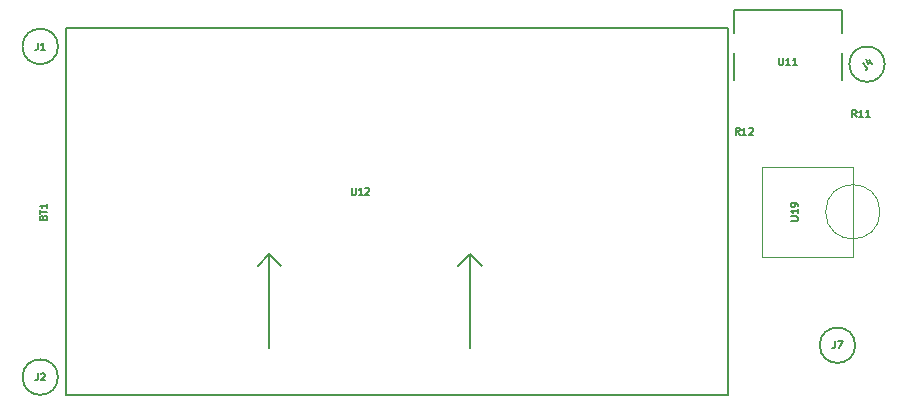
<source format=gto>
G04 #@! TF.GenerationSoftware,KiCad,Pcbnew,8.0.1*
G04 #@! TF.CreationDate,2024-04-28T03:10:51-05:00*
G04 #@! TF.ProjectId,mini_ble,6d696e69-5f62-46c6-952e-6b696361645f,rev?*
G04 #@! TF.SameCoordinates,Original*
G04 #@! TF.FileFunction,Legend,Top*
G04 #@! TF.FilePolarity,Positive*
%FSLAX46Y46*%
G04 Gerber Fmt 4.6, Leading zero omitted, Abs format (unit mm)*
G04 Created by KiCad (PCBNEW 8.0.1) date 2024-04-28 03:10:51*
%MOMM*%
%LPD*%
G01*
G04 APERTURE LIST*
%ADD10C,0.150000*%
%ADD11C,0.120000*%
G04 APERTURE END LIST*
D10*
X151255485Y-105571428D02*
X151284057Y-105485714D01*
X151284057Y-105485714D02*
X151312628Y-105457143D01*
X151312628Y-105457143D02*
X151369771Y-105428571D01*
X151369771Y-105428571D02*
X151455485Y-105428571D01*
X151455485Y-105428571D02*
X151512628Y-105457143D01*
X151512628Y-105457143D02*
X151541200Y-105485714D01*
X151541200Y-105485714D02*
X151569771Y-105542857D01*
X151569771Y-105542857D02*
X151569771Y-105771428D01*
X151569771Y-105771428D02*
X150969771Y-105771428D01*
X150969771Y-105771428D02*
X150969771Y-105571428D01*
X150969771Y-105571428D02*
X150998342Y-105514286D01*
X150998342Y-105514286D02*
X151026914Y-105485714D01*
X151026914Y-105485714D02*
X151084057Y-105457143D01*
X151084057Y-105457143D02*
X151141200Y-105457143D01*
X151141200Y-105457143D02*
X151198342Y-105485714D01*
X151198342Y-105485714D02*
X151226914Y-105514286D01*
X151226914Y-105514286D02*
X151255485Y-105571428D01*
X151255485Y-105571428D02*
X151255485Y-105771428D01*
X150969771Y-105257143D02*
X150969771Y-104914286D01*
X151569771Y-105085714D02*
X150969771Y-105085714D01*
X151569771Y-104400000D02*
X151569771Y-104742857D01*
X151569771Y-104571428D02*
X150969771Y-104571428D01*
X150969771Y-104571428D02*
X151055485Y-104628571D01*
X151055485Y-104628571D02*
X151112628Y-104685714D01*
X151112628Y-104685714D02*
X151141200Y-104742857D01*
X177357143Y-103069771D02*
X177357143Y-103555485D01*
X177357143Y-103555485D02*
X177385714Y-103612628D01*
X177385714Y-103612628D02*
X177414286Y-103641200D01*
X177414286Y-103641200D02*
X177471428Y-103669771D01*
X177471428Y-103669771D02*
X177585714Y-103669771D01*
X177585714Y-103669771D02*
X177642857Y-103641200D01*
X177642857Y-103641200D02*
X177671428Y-103612628D01*
X177671428Y-103612628D02*
X177700000Y-103555485D01*
X177700000Y-103555485D02*
X177700000Y-103069771D01*
X178299999Y-103669771D02*
X177957142Y-103669771D01*
X178128571Y-103669771D02*
X178128571Y-103069771D01*
X178128571Y-103069771D02*
X178071428Y-103155485D01*
X178071428Y-103155485D02*
X178014285Y-103212628D01*
X178014285Y-103212628D02*
X177957142Y-103241200D01*
X178528571Y-103126914D02*
X178557143Y-103098342D01*
X178557143Y-103098342D02*
X178614286Y-103069771D01*
X178614286Y-103069771D02*
X178757143Y-103069771D01*
X178757143Y-103069771D02*
X178814286Y-103098342D01*
X178814286Y-103098342D02*
X178842857Y-103126914D01*
X178842857Y-103126914D02*
X178871428Y-103184057D01*
X178871428Y-103184057D02*
X178871428Y-103241200D01*
X178871428Y-103241200D02*
X178842857Y-103326914D01*
X178842857Y-103326914D02*
X178500000Y-103669771D01*
X178500000Y-103669771D02*
X178871428Y-103669771D01*
X214569771Y-105842856D02*
X215055485Y-105842856D01*
X215055485Y-105842856D02*
X215112628Y-105814285D01*
X215112628Y-105814285D02*
X215141200Y-105785714D01*
X215141200Y-105785714D02*
X215169771Y-105728571D01*
X215169771Y-105728571D02*
X215169771Y-105614285D01*
X215169771Y-105614285D02*
X215141200Y-105557142D01*
X215141200Y-105557142D02*
X215112628Y-105528571D01*
X215112628Y-105528571D02*
X215055485Y-105499999D01*
X215055485Y-105499999D02*
X214569771Y-105499999D01*
X215169771Y-104900000D02*
X215169771Y-105242857D01*
X215169771Y-105071428D02*
X214569771Y-105071428D01*
X214569771Y-105071428D02*
X214655485Y-105128571D01*
X214655485Y-105128571D02*
X214712628Y-105185714D01*
X214712628Y-105185714D02*
X214741200Y-105242857D01*
X215169771Y-104614285D02*
X215169771Y-104499999D01*
X215169771Y-104499999D02*
X215141200Y-104442856D01*
X215141200Y-104442856D02*
X215112628Y-104414285D01*
X215112628Y-104414285D02*
X215026914Y-104357142D01*
X215026914Y-104357142D02*
X214912628Y-104328571D01*
X214912628Y-104328571D02*
X214684057Y-104328571D01*
X214684057Y-104328571D02*
X214626914Y-104357142D01*
X214626914Y-104357142D02*
X214598342Y-104385714D01*
X214598342Y-104385714D02*
X214569771Y-104442856D01*
X214569771Y-104442856D02*
X214569771Y-104557142D01*
X214569771Y-104557142D02*
X214598342Y-104614285D01*
X214598342Y-104614285D02*
X214626914Y-104642856D01*
X214626914Y-104642856D02*
X214684057Y-104671428D01*
X214684057Y-104671428D02*
X214826914Y-104671428D01*
X214826914Y-104671428D02*
X214884057Y-104642856D01*
X214884057Y-104642856D02*
X214912628Y-104614285D01*
X214912628Y-104614285D02*
X214941200Y-104557142D01*
X214941200Y-104557142D02*
X214941200Y-104442856D01*
X214941200Y-104442856D02*
X214912628Y-104385714D01*
X214912628Y-104385714D02*
X214884057Y-104357142D01*
X214884057Y-104357142D02*
X214826914Y-104328571D01*
X210214285Y-98569771D02*
X210014285Y-98284057D01*
X209871428Y-98569771D02*
X209871428Y-97969771D01*
X209871428Y-97969771D02*
X210099999Y-97969771D01*
X210099999Y-97969771D02*
X210157142Y-97998342D01*
X210157142Y-97998342D02*
X210185713Y-98026914D01*
X210185713Y-98026914D02*
X210214285Y-98084057D01*
X210214285Y-98084057D02*
X210214285Y-98169771D01*
X210214285Y-98169771D02*
X210185713Y-98226914D01*
X210185713Y-98226914D02*
X210157142Y-98255485D01*
X210157142Y-98255485D02*
X210099999Y-98284057D01*
X210099999Y-98284057D02*
X209871428Y-98284057D01*
X210785713Y-98569771D02*
X210442856Y-98569771D01*
X210614285Y-98569771D02*
X210614285Y-97969771D01*
X210614285Y-97969771D02*
X210557142Y-98055485D01*
X210557142Y-98055485D02*
X210499999Y-98112628D01*
X210499999Y-98112628D02*
X210442856Y-98141200D01*
X211014285Y-98026914D02*
X211042857Y-97998342D01*
X211042857Y-97998342D02*
X211100000Y-97969771D01*
X211100000Y-97969771D02*
X211242857Y-97969771D01*
X211242857Y-97969771D02*
X211300000Y-97998342D01*
X211300000Y-97998342D02*
X211328571Y-98026914D01*
X211328571Y-98026914D02*
X211357142Y-98084057D01*
X211357142Y-98084057D02*
X211357142Y-98141200D01*
X211357142Y-98141200D02*
X211328571Y-98226914D01*
X211328571Y-98226914D02*
X210985714Y-98569771D01*
X210985714Y-98569771D02*
X211357142Y-98569771D01*
X220114285Y-97069771D02*
X219914285Y-96784057D01*
X219771428Y-97069771D02*
X219771428Y-96469771D01*
X219771428Y-96469771D02*
X219999999Y-96469771D01*
X219999999Y-96469771D02*
X220057142Y-96498342D01*
X220057142Y-96498342D02*
X220085713Y-96526914D01*
X220085713Y-96526914D02*
X220114285Y-96584057D01*
X220114285Y-96584057D02*
X220114285Y-96669771D01*
X220114285Y-96669771D02*
X220085713Y-96726914D01*
X220085713Y-96726914D02*
X220057142Y-96755485D01*
X220057142Y-96755485D02*
X219999999Y-96784057D01*
X219999999Y-96784057D02*
X219771428Y-96784057D01*
X220685713Y-97069771D02*
X220342856Y-97069771D01*
X220514285Y-97069771D02*
X220514285Y-96469771D01*
X220514285Y-96469771D02*
X220457142Y-96555485D01*
X220457142Y-96555485D02*
X220399999Y-96612628D01*
X220399999Y-96612628D02*
X220342856Y-96641200D01*
X221257142Y-97069771D02*
X220914285Y-97069771D01*
X221085714Y-97069771D02*
X221085714Y-96469771D01*
X221085714Y-96469771D02*
X221028571Y-96555485D01*
X221028571Y-96555485D02*
X220971428Y-96612628D01*
X220971428Y-96612628D02*
X220914285Y-96641200D01*
X218299999Y-116069771D02*
X218299999Y-116498342D01*
X218299999Y-116498342D02*
X218271428Y-116584057D01*
X218271428Y-116584057D02*
X218214285Y-116641200D01*
X218214285Y-116641200D02*
X218128571Y-116669771D01*
X218128571Y-116669771D02*
X218071428Y-116669771D01*
X218528571Y-116069771D02*
X218928571Y-116069771D01*
X218928571Y-116069771D02*
X218671428Y-116669771D01*
X220625071Y-92507914D02*
X220928117Y-92810960D01*
X220928117Y-92810960D02*
X220968523Y-92891772D01*
X220968523Y-92891772D02*
X220968523Y-92972584D01*
X220968523Y-92972584D02*
X220928117Y-93053397D01*
X220928117Y-93053397D02*
X220887711Y-93093803D01*
X221150351Y-92265477D02*
X221433193Y-92548320D01*
X220887711Y-92204868D02*
X221089741Y-92608929D01*
X221089741Y-92608929D02*
X221352381Y-92346290D01*
X150799999Y-118769771D02*
X150799999Y-119198342D01*
X150799999Y-119198342D02*
X150771428Y-119284057D01*
X150771428Y-119284057D02*
X150714285Y-119341200D01*
X150714285Y-119341200D02*
X150628571Y-119369771D01*
X150628571Y-119369771D02*
X150571428Y-119369771D01*
X151057142Y-118826914D02*
X151085714Y-118798342D01*
X151085714Y-118798342D02*
X151142857Y-118769771D01*
X151142857Y-118769771D02*
X151285714Y-118769771D01*
X151285714Y-118769771D02*
X151342857Y-118798342D01*
X151342857Y-118798342D02*
X151371428Y-118826914D01*
X151371428Y-118826914D02*
X151399999Y-118884057D01*
X151399999Y-118884057D02*
X151399999Y-118941200D01*
X151399999Y-118941200D02*
X151371428Y-119026914D01*
X151371428Y-119026914D02*
X151028571Y-119369771D01*
X151028571Y-119369771D02*
X151399999Y-119369771D01*
X150799999Y-90769771D02*
X150799999Y-91198342D01*
X150799999Y-91198342D02*
X150771428Y-91284057D01*
X150771428Y-91284057D02*
X150714285Y-91341200D01*
X150714285Y-91341200D02*
X150628571Y-91369771D01*
X150628571Y-91369771D02*
X150571428Y-91369771D01*
X151399999Y-91369771D02*
X151057142Y-91369771D01*
X151228571Y-91369771D02*
X151228571Y-90769771D01*
X151228571Y-90769771D02*
X151171428Y-90855485D01*
X151171428Y-90855485D02*
X151114285Y-90912628D01*
X151114285Y-90912628D02*
X151057142Y-90941200D01*
X213557143Y-92069771D02*
X213557143Y-92555485D01*
X213557143Y-92555485D02*
X213585714Y-92612628D01*
X213585714Y-92612628D02*
X213614286Y-92641200D01*
X213614286Y-92641200D02*
X213671428Y-92669771D01*
X213671428Y-92669771D02*
X213785714Y-92669771D01*
X213785714Y-92669771D02*
X213842857Y-92641200D01*
X213842857Y-92641200D02*
X213871428Y-92612628D01*
X213871428Y-92612628D02*
X213900000Y-92555485D01*
X213900000Y-92555485D02*
X213900000Y-92069771D01*
X214499999Y-92669771D02*
X214157142Y-92669771D01*
X214328571Y-92669771D02*
X214328571Y-92069771D01*
X214328571Y-92069771D02*
X214271428Y-92155485D01*
X214271428Y-92155485D02*
X214214285Y-92212628D01*
X214214285Y-92212628D02*
X214157142Y-92241200D01*
X215071428Y-92669771D02*
X214728571Y-92669771D01*
X214900000Y-92669771D02*
X214900000Y-92069771D01*
X214900000Y-92069771D02*
X214842857Y-92155485D01*
X214842857Y-92155485D02*
X214785714Y-92212628D01*
X214785714Y-92212628D02*
X214728571Y-92241200D01*
X170400000Y-108650000D02*
X169400000Y-109650000D01*
X170400000Y-116650000D02*
X170400000Y-108650000D01*
X170400000Y-108650000D02*
X171400000Y-109650000D01*
X187400000Y-116650000D02*
X187400000Y-108650000D01*
X187400000Y-108650000D02*
X188400000Y-109650000D01*
X186400000Y-109650000D02*
X187400000Y-108650000D01*
X209200000Y-120650000D02*
X153200000Y-120650000D01*
X209200000Y-89550000D02*
X209200000Y-120650000D01*
X153200000Y-89550000D02*
X209200000Y-89550000D01*
X153200000Y-120650000D02*
X153200000Y-89550000D01*
D11*
X222100000Y-105100000D02*
G75*
G02*
X217500000Y-105100000I-2300000J0D01*
G01*
X217500000Y-105100000D02*
G75*
G02*
X222100000Y-105100000I2300000J0D01*
G01*
X219800000Y-108900000D02*
X219800000Y-101300000D01*
X212100000Y-108900000D02*
X219800000Y-108900000D01*
X212100000Y-101300000D02*
X212100000Y-108900000D01*
X219800000Y-101300000D02*
X212100000Y-101300000D01*
D10*
X220000000Y-116400000D02*
G75*
G02*
X217000000Y-116400000I-1500000J0D01*
G01*
X217000000Y-116400000D02*
G75*
G02*
X220000000Y-116400000I1500000J0D01*
G01*
X222500000Y-92600000D02*
G75*
G02*
X219500000Y-92600000I-1500000J0D01*
G01*
X219500000Y-92600000D02*
G75*
G02*
X222500000Y-92600000I1500000J0D01*
G01*
X152500000Y-119100000D02*
G75*
G02*
X149500000Y-119100000I-1500000J0D01*
G01*
X149500000Y-119100000D02*
G75*
G02*
X152500000Y-119100000I1500000J0D01*
G01*
X152500000Y-91100000D02*
G75*
G02*
X149500000Y-91100000I-1500000J0D01*
G01*
X149500000Y-91100000D02*
G75*
G02*
X152500000Y-91100000I1500000J0D01*
G01*
X209700000Y-88050000D02*
X218900000Y-88050000D01*
X218900000Y-88050000D02*
X218900000Y-90000000D01*
X218900000Y-91650000D02*
X218900000Y-93950000D01*
X209700000Y-88050000D02*
X209700000Y-90000000D01*
X209700000Y-91650000D02*
X209700000Y-93950000D01*
M02*

</source>
